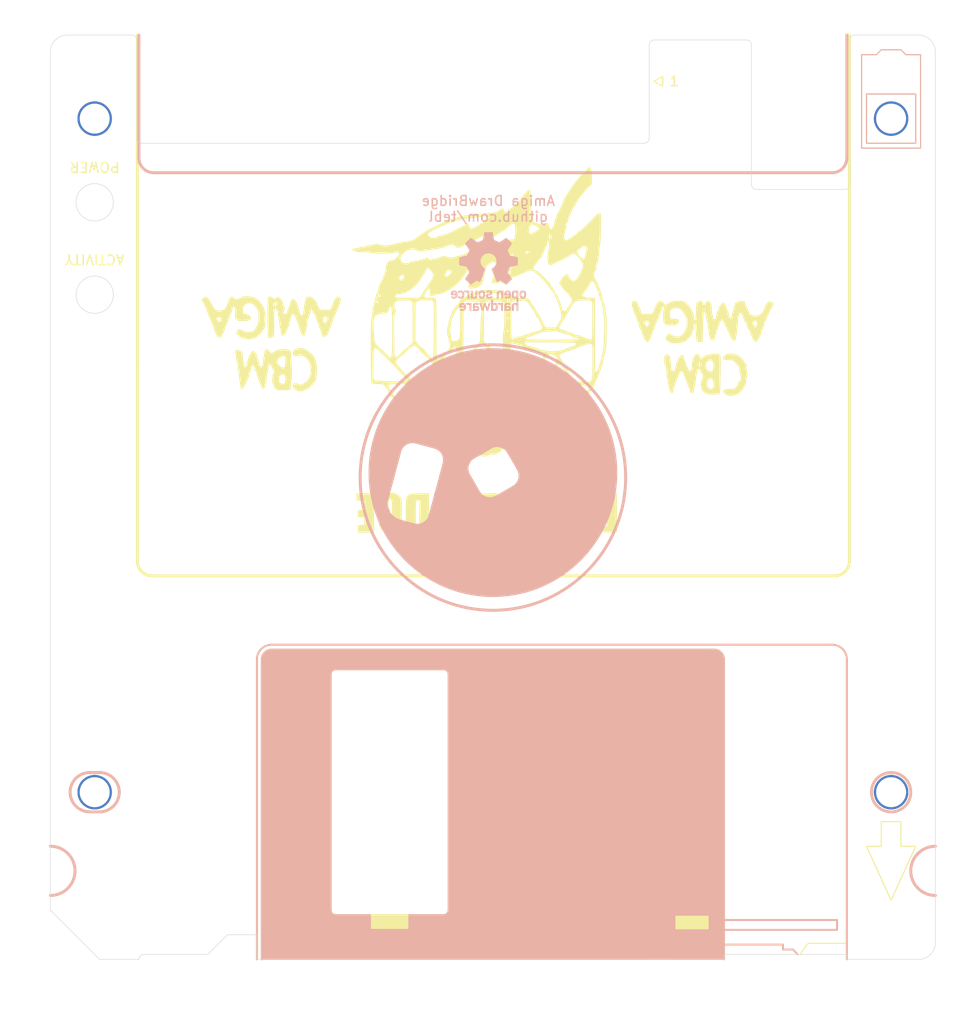
<source format=kicad_pcb>
(kicad_pcb (version 20171130) (host pcbnew "(5.1.8)-1")
  (layers (0 F.Cu signal) (31 B.Cu signal) (34 B.Paste user) (35 F.Paste user) (36 B.SilkS user) (37 F.SilkS user) (38 B.Mask user) (39 F.Mask user) (44 Edge.Cuts user))
  (net 0 "")
  (net 1 GND)
  (module artwork:hitsquad_cropped (layer F.Cu) (at 153.035 82.55)
    (fp_text reference G*** hide)
    (fp_text value LOGO hide)
  )
  (module Symbol:OSHW-Logo_7.5x8mm_SilkScreen (layer B.Cu) (at 152.562 79.048 180)
    (fp_text reference REF** hide)
    (fp_text value OSHW-Logo_7.5x8mm_SilkScreen hide)
  )
  (module mounting:M3_pin (layer F.Cu) (at 112.5 132)
    (fp_text reference M1 hide)
    (fp_text value Mounting hide)
    (pad 1 thru_hole circle (at 0 0) (size 3.5 3.5) (drill 3.048) (layers *.Cu *.Mask))
  )
  (module mounting:M3_pin (layer F.Cu) (at 193.5 132)
    (fp_text reference M2 hide)
    (fp_text value Mounting hide)
    (pad 1 thru_hole circle (at 0 0) (size 3.5 3.5) (drill 3.048) (layers *.Cu *.Mask))
  )
  (module mounting:M3_pin (layer F.Cu) (at 193.5 63.5)
    (fp_text reference M3 hide)
    (fp_text value Mounting hide)
    (pad 1 thru_hole circle (at 0 0) (size 3.5 3.5) (drill 3.048) (layers *.Cu *.Mask))
  )
  (module mounting:M3_pin (layer F.Cu) (at 112.5 63.5)
    (fp_text reference M4 hide)
    (fp_text value Mounting hide)
    (pad 1 thru_hole circle (at 0 0) (size 3.5 3.5) (drill 3.048) (layers *.Cu *.Mask))
  )
  (gr_text 1 (at 171.45 59.69) (layer F.SilkS) (effects (font (size 1 1))))
  (gr_line (start 170.265 60.2) (end 170.265 59.2) (layer F.SilkS) (width 0.12))
  (gr_line (start 169.365 59.7) (end 170.265 60.2) (layer F.SilkS) (width 0.12))
  (gr_line (start 169.365 59.7) (end 170.265 59.2) (layer F.SilkS) (width 0.12))
  (gr_line (start 188.8 70.7) (end 179.8 70.7) (layer Edge.Cuts) (width 0.05))
  (gr_line (start 189.3 55.5) (end 189.3 70.2) (layer Edge.Cuts) (width 0.05))
  (gr_arc (start 188.8 70.2) (end 188.8 70.7) (angle -90) (layer Edge.Cuts) (width 0.05))
  (gr_line (start 179.3 70.2) (end 179.3 56) (layer Edge.Cuts) (width 0.05))
  (gr_arc (start 179.8 70.2) (end 179.3 70.2) (angle -90) (layer Edge.Cuts) (width 0.05))
  (gr_arc (start 178.8 56) (end 179.3 56) (angle -90) (layer Edge.Cuts) (width 0.05))
  (gr_arc (start 169.4 56) (end 169.4 55.5) (angle -90) (layer Edge.Cuts) (width 0.05))
  (gr_line (start 168.9 56) (end 168.9 65.5) (layer Edge.Cuts) (width 0.05))
  (gr_line (start 178.8 55.5) (end 169.4 55.5) (layer Edge.Cuts) (width 0.05))
  (gr_arc (start 168.4 65.5) (end 168.4 66) (angle -90) (layer Edge.Cuts) (width 0.05))
  (gr_arc (start 117.3 65.5) (end 116.8 65.5) (angle -90) (layer Edge.Cuts) (width 0.05))
  (gr_line (start 117.3 66) (end 168.4 66) (layer Edge.Cuts) (width 0.05))
  (gr_circle (center 112.5 81.407) (end 114.4 81.407) (layer Edge.Cuts) (width 0.05))
  (gr_circle (center 112.5 72.009) (end 114.4 72.009) (layer Edge.Cuts) (width 0.05))
  (gr_arc (start 196.3 147.3) (end 196.3 149) (angle -90) (layer Edge.Cuts) (width 0.05))
  (gr_arc (start 196.3 56.7) (end 198 56.7) (angle -90) (layer Edge.Cuts) (width 0.05))
  (gr_text ACTIVITY (at 112.5 77.807 180) (layer F.SilkS) (effects (font (size 1 1))))
  (gr_text POWER (at 112.5 68.409 180) (layer F.SilkS) (effects (font (size 1 1))))
  (gr_text "Amiga DrawBridge\ngithub.com/tebl" (at 152.527 72.668) (layer B.SilkS) (effects (font (size 1 1)) (justify mirror)))
  (gr_line (start 116.84 88.265) (end 116.84 108.5) (layer F.SilkS) (width 0.3))
  (gr_line (start 196 61) (end 191 61) (layer F.SilkS) (width 0.12))
  (gr_line (start 191 61) (end 191 66) (layer B.SilkS) (width 0.12))
  (gr_line (start 196 61) (end 191 61) (layer B.SilkS) (width 0.12))
  (gr_line (start 196 66) (end 196 61) (layer B.SilkS) (width 0.12))
  (gr_line (start 191 66) (end 191 61) (layer F.SilkS) (width 0.12))
  (gr_line (start 191 66) (end 196 66) (layer B.SilkS) (width 0.12))
  (gr_line (start 196 61) (end 196 66) (layer F.SilkS) (width 0.12))
  (gr_line (start 196 66) (end 191 66) (layer F.SilkS) (width 0.12))
  (gr_poly (pts (xy 155.7 87.3) (xy 157.8 87.9) (xy 159.5 88.8) (xy 161.3 90.1) (xy 162.4 91.3) (xy 163.1 92.1) (xy 163.8 93.2) (xy 164.2 94) (xy 147.1 88.5) (xy 148.4 87.9) (xy 150.3 87.3) (xy 152 87) (xy 153.6 87)) (layer B.SilkS) (width 0.1))
  (gr_poly (pts (xy 150.5 98.7) (xy 150.4 99.1) (xy 150.5 99.4) (xy 150.615185 99.711237) (xy 150.8 100) (xy 147.6 100) (xy 147.953637 98.530233) (xy 148 98.2) (xy 150.8 98.2)) (layer B.SilkS) (width 0.1))
  (gr_poly (pts (xy 164.2 94) (xy 165.1 96.3) (xy 165.5 98.9) (xy 165.3 101.7) (xy 164.8 103.7) (xy 146.530132 103.842824) (xy 146.7 103.2) (xy 147.2 101.4) (xy 147.6 100) (xy 150.8 100) (xy 151.615185 101.443288) (xy 151.9 101.8) (xy 152.3 102) (xy 152.8 102.1) (xy 153.1 102) (xy 153.5 101.8) (xy 155.2 100.8) (xy 155.4 100.6) (xy 155.6 100.3) (xy 155.7 99.8) (xy 155.6 99.4) (xy 155.3 98.8) (xy 154.4 97.3) (xy 154.1 97) (xy 153.5 96.8) (xy 153 96.9) (xy 150.8 98.2) (xy 148 98.2) (xy 147.9 97.7) (xy 147.8 97.5) (xy 147.5 97.2) (xy 147.069753 96.999301) (xy 147.1 88.5)) (layer B.SilkS) (width 0.1))
  (gr_poly (pts (xy 143.2 98.9) (xy 142.312875 102.195177) (xy 142.2 102.7) (xy 142.5 103.6) (xy 142.8 103.9) (xy 143.2 104.2) (xy 143.8 104.4) (xy 144.9 104.7) (xy 145.3 104.8) (xy 145.8 104.7) (xy 146.1 104.5) (xy 146.4 104.2) (xy 146.530132 103.842824) (xy 164.8 103.7) (xy 163.8 105.7) (xy 162.6 107.5) (xy 161.4 108.7) (xy 160 109.9) (xy 158.5 110.7) (xy 157.4 111.2) (xy 155.7 111.7) (xy 154.4 111.9) (xy 152.8 112) (xy 151.2 111.9) (xy 149.7 111.6) (xy 148.1 111) (xy 146.7 110.3) (xy 145.1 109.2) (xy 143.7 107.9) (xy 142.7 106.6) (xy 141.8 105.1) (xy 141.2 103.6) (xy 140.7 102) (xy 140.5 100.6) (xy 140.5 98.9) (xy 140.7 97.4) (xy 143.6 97.4)) (layer B.SilkS) (width 0.1))
  (gr_poly (pts (xy 147.069753 96.999301) (xy 145.3 96.5) (xy 144.8 96.4) (xy 144.2 96.6) (xy 143.8 96.9) (xy 143.60697 97.365549) (xy 143.6 97.4) (xy 140.7 97.4) (xy 141.2 95.4) (xy 141.9 93.8) (xy 142.9 92.2) (xy 143.6 91.3) (xy 145.8 89.3) (xy 147.1 88.5)) (layer B.SilkS) (width 0.1))
  (gr_poly (pts (xy 176 117.6) (xy 176.4 118) (xy 176.5 118.5) (xy 176.5 144.5) (xy 171.5 144.5) (xy 171.5 146) (xy 148.5 146) (xy 148.5 120) (xy 148.7 117.5) (xy 175.5 117.5)) (layer B.SilkS) (width 0.1))
  (gr_poly (pts (xy 148.7 120) (xy 148.5 120) (xy 148.5 119.8) (xy 148.3 119.6) (xy 148 119.5) (xy 136.8 119.5) (xy 136.6 119.7) (xy 136.5 120) (xy 136.5 144.1) (xy 136.7 144.4) (xy 137 144.5) (xy 140.5 144.5) (xy 140.5 146) (xy 144.5 146) (xy 144.5 144.5) (xy 148.2 144.5) (xy 148.4 144.3) (xy 148.5 144) (xy 148.5 146) (xy 175 146) (xy 175 144.5) (xy 176.5 144.5) (xy 176.5 149) (xy 129.5 149) (xy 129.5 118.3) (xy 129.6 118.1) (xy 129.8 117.8) (xy 130.1 117.6) (xy 130.5 117.5) (xy 148.7 117.5)) (layer B.SilkS) (width 0.1))
  (gr_poly (pts (xy 175.9 117.6) (xy 176.2 117.8) (xy 176.4 118.1) (xy 176.5 118.5) (xy 176.5 149) (xy 171.5 149) (xy 171.5 148.5) (xy 168.5 148.5) (xy 168.5 149) (xy 149.5 149) (xy 149.5 117.5) (xy 175.5 117.5)) (layer F.SilkS) (width 0.1))
  (gr_poly (pts (xy 149.5 149) (xy 137 149) (xy 137 144.5) (xy 148 144.5) (xy 148.3 144.4) (xy 148.5 144.2) (xy 148.5 120) (xy 148.4 119.7) (xy 148.2 119.5) (xy 137 119.5) (xy 137 117.5) (xy 149.5 117.5)) (layer F.SilkS) (width 0.1))
  (gr_poly (pts (xy 136.6 144.3) (xy 136.8 144.5) (xy 137 144.5) (xy 137 149) (xy 136.5 149) (xy 136.5 144)) (layer F.SilkS) (width 0.1))
  (gr_poly (pts (xy 137 119.5) (xy 136.8 119.5) (xy 136.6 119.7) (xy 136.5 120) (xy 136.5 117.5) (xy 137 117.5)) (layer F.SilkS) (width 0.1))
  (gr_poly (pts (xy 136.5 119.4) (xy 136.5 120) (xy 136.5 149) (xy 129.5 149) (xy 129.5 118.5) (xy 129.6 118) (xy 130 117.6) (xy 130.5 117.5) (xy 136.5 117.5)) (layer F.SilkS) (width 0.1))
  (gr_line (start 194.5 135) (end 194.5 137.5) (layer F.SilkS) (width 0.12))
  (gr_line (start 192.5 135) (end 194.5 135) (layer F.SilkS) (width 0.12))
  (gr_line (start 192.5 137.5) (end 192.5 135) (layer F.SilkS) (width 0.12))
  (gr_line (start 191 137.5) (end 192.5 137.5) (layer F.SilkS) (width 0.12))
  (gr_line (start 193.5 143) (end 191 137.5) (layer F.SilkS) (width 0.12))
  (gr_line (start 196 137.5) (end 194.5 137.5) (layer F.SilkS) (width 0.12))
  (gr_line (start 193.5 143) (end 196 137.5) (layer F.SilkS) (width 0.12))
  (gr_line (start 143.60697 97.365548) (end 142.312875 102.195177) (layer B.SilkS) (width 0.12))
  (gr_line (start 143.550312 104.338481) (end 144.999201 104.726709) (layer B.SilkS) (width 0.12))
  (gr_arc (start 144.003245 102.64811) (end 142.312875 102.195177) (angle -90) (layer B.SilkS) (width 0.12))
  (gr_arc (start 145.322724 103.519301) (end 144.999201 104.726709) (angle -90) (layer B.SilkS) (width 0.12))
  (gr_line (start 147.069753 96.999302) (end 145.137901 96.481664) (layer B.SilkS) (width 0.12))
  (gr_line (start 146.530132 103.842825) (end 147.953637 98.530233) (layer B.SilkS) (width 0.12))
  (gr_arc (start 146.746229 98.206709) (end 147.953637 98.530233) (angle -90) (layer B.SilkS) (width 0.12))
  (gr_arc (start 144.814378 97.689072) (end 145.137901 96.481664) (angle -90) (layer B.SilkS) (width 0.12))
  (gr_arc (start 154.429767 99.818288) (end 155.054767 100.90082) (angle -90) (layer B.SilkS) (width 0.12))
  (gr_arc (start 152.697716 100.818288) (end 151.615185 101.443288) (angle -90) (layer B.SilkS) (width 0.12))
  (gr_arc (start 151.697716 99.086237) (end 151.072716 98.003705) (angle -90) (layer B.SilkS) (width 0.12))
  (gr_arc (start 153.429767 98.086237) (end 154.512299 97.461237) (angle -90) (layer B.SilkS) (width 0.12))
  (gr_line (start 152.804767 97.003705) (end 151.072716 98.003705) (layer B.SilkS) (width 0.12))
  (gr_line (start 155.512299 99.193288) (end 154.512299 97.461237) (layer B.SilkS) (width 0.12))
  (gr_line (start 153.322716 101.90082) (end 155.054767 100.90082) (layer B.SilkS) (width 0.12))
  (gr_line (start 150.615185 99.711237) (end 151.615185 101.443288) (layer B.SilkS) (width 0.12))
  (gr_circle (center 153 99.5) (end 165.5 99.5) (layer B.SilkS) (width 0.3))
  (gr_circle (center 153 100) (end 166.5 100) (layer B.SilkS) (width 0.3))
  (gr_line (start 194.5 56.5) (end 192.5 56.5) (layer B.SilkS) (width 0.12))
  (gr_line (start 192 57) (end 190.5 57) (layer B.SilkS) (width 0.12))
  (gr_line (start 192.5 56.5) (end 192 57) (layer B.SilkS) (width 0.12))
  (gr_line (start 195 57) (end 196.5 57) (layer B.SilkS) (width 0.12))
  (gr_line (start 194.5 56.5) (end 195 57) (layer B.SilkS) (width 0.12))
  (gr_line (start 196.5 66.5) (end 190.5 66.5) (layer B.SilkS) (width 0.12))
  (gr_line (start 196.5 57) (end 196.5 66.5) (layer B.SilkS) (width 0.12))
  (gr_line (start 190.5 66.5) (end 190.5 57) (layer B.SilkS) (width 0.12))
  (gr_line (start 183.5 148) (end 184 148.5) (layer B.SilkS) (width 0.2))
  (gr_line (start 182.5 148) (end 183.5 148) (layer B.SilkS) (width 0.2))
  (gr_line (start 182.5 147.5) (end 182.5 148) (layer B.SilkS) (width 0.2))
  (gr_line (start 176.5 147.5) (end 182.5 147.5) (layer B.SilkS) (width 0.2))
  (gr_line (start 113 134) (end 112 134) (layer B.SilkS) (width 0.3))
  (gr_line (start 113 130) (end 112 130) (layer B.SilkS) (width 0.3))
  (gr_arc (start 113 132) (end 113 134) (angle -180) (layer B.SilkS) (width 0.3))
  (gr_arc (start 112 132) (end 112 130) (angle -180) (layer B.SilkS) (width 0.3))
  (gr_circle (center 193.5 132) (end 195.5 132) (layer B.SilkS) (width 0.3))
  (gr_arc (start 108 140) (end 108 142.5) (angle -90) (layer B.SilkS) (width 0.3))
  (gr_arc (start 108 140) (end 110.5 140) (angle -90) (layer B.SilkS) (width 0.3))
  (gr_arc (start 198 140) (end 195.5 140) (angle -90) (layer B.SilkS) (width 0.3))
  (gr_arc (start 198 140) (end 198 137.5) (angle -90) (layer B.SilkS) (width 0.3))
  (gr_line (start 188 145) (end 176.5 145) (layer B.SilkS) (width 0.2))
  (gr_line (start 188 146) (end 188 145) (layer B.SilkS) (width 0.2))
  (gr_line (start 176.5 146) (end 188 146) (layer B.SilkS) (width 0.2))
  (gr_line (start 171.5 144.5) (end 175 144.5) (layer B.SilkS) (width 0.12))
  (gr_line (start 171.5 146) (end 171.5 144.5) (layer B.SilkS) (width 0.12))
  (gr_line (start 175 146) (end 171.5 146) (layer B.SilkS) (width 0.12))
  (gr_line (start 175 144.5) (end 175 146) (layer B.SilkS) (width 0.12))
  (gr_line (start 185 147.365) (end 184.2643 148.5011) (layer F.SilkS) (width 0.12))
  (gr_line (start 189 147.365) (end 185 147.365) (layer F.SilkS) (width 0.12))
  (gr_line (start 176.5 148.5) (end 185 148.5) (layer Edge.Cuts) (width 0.05))
  (gr_line (start 176.5 149) (end 176.5 148.5) (layer Edge.Cuts) (width 0.05))
  (gr_line (start 189 149) (end 196.3 149) (layer Edge.Cuts) (width 0.05))
  (gr_line (start 189 148.5) (end 185 148.5) (layer Edge.Cuts) (width 0.05))
  (gr_line (start 189 149) (end 189 148.5) (layer Edge.Cuts) (width 0.05))
  (gr_line (start 148 144.5) (end 144.5 144.5) (layer B.SilkS) (width 0.2))
  (gr_line (start 137 119.5) (end 148 119.5) (layer B.SilkS) (width 0.2))
  (gr_line (start 148.5 120) (end 148.5 144) (layer B.SilkS) (width 0.2))
  (gr_arc (start 148 120) (end 148.5 120) (angle -90) (layer B.SilkS) (width 0.2))
  (gr_line (start 136.5 120) (end 136.5 144) (layer B.SilkS) (width 0.2))
  (gr_arc (start 137 144) (end 136.5 144) (angle -90) (layer B.SilkS) (width 0.2))
  (gr_line (start 137 144.5) (end 140.5 144.5) (layer B.SilkS) (width 0.2))
  (gr_arc (start 137 120) (end 137 119.5) (angle -90) (layer B.SilkS) (width 0.2))
  (gr_arc (start 148 144) (end 148 144.5) (angle -90) (layer B.SilkS) (width 0.2))
  (gr_line (start 140.5 144.5) (end 144.5 144.5) (layer F.SilkS) (width 0.2))
  (gr_line (start 148 144.5) (end 144.5 144.5) (layer F.SilkS) (width 0.2))
  (gr_line (start 140.5 144.5) (end 140.5 146) (layer B.SilkS) (width 0.2))
  (gr_line (start 144.5 144.5) (end 144.5 146) (layer B.SilkS) (width 0.2))
  (gr_line (start 140.5 146) (end 144.5 146) (layer B.SilkS) (width 0.2))
  (gr_arc (start 137 144) (end 136.5 144) (angle -90) (layer F.SilkS) (width 0.2))
  (gr_arc (start 148 144) (end 148 144.5) (angle -90) (layer F.SilkS) (width 0.2))
  (gr_arc (start 148 120) (end 148.5 120) (angle -90) (layer F.SilkS) (width 0.2))
  (gr_arc (start 137 120) (end 137 119.5) (angle -90) (layer F.SilkS) (width 0.2))
  (gr_line (start 137 119.5) (end 148 119.5) (layer F.SilkS) (width 0.2))
  (gr_line (start 137 144.5) (end 140.5 144.5) (layer F.SilkS) (width 0.2))
  (gr_line (start 148.5 120) (end 148.5 144) (layer F.SilkS) (width 0.2))
  (gr_line (start 136.5 120) (end 136.5 144) (layer F.SilkS) (width 0.2))
  (gr_arc (start 130.5 118.5) (end 130.5 117.5) (angle -90) (layer B.SilkS) (width 0.2))
  (gr_arc (start 175.5 118.5) (end 176.5 118.5) (angle -90) (layer B.SilkS) (width 0.2))
  (gr_line (start 129.5 118.5) (end 129.5 149) (layer B.SilkS) (width 0.2))
  (gr_line (start 176.5 118.5) (end 176.5 149) (layer B.SilkS) (width 0.2))
  (gr_line (start 130.5 117.5) (end 175.5 117.5) (layer B.SilkS) (width 0.2))
  (gr_line (start 130.5 117) (end 187.5 117) (layer B.SilkS) (width 0.2))
  (gr_line (start 129 118.5) (end 129 149) (layer B.SilkS) (width 0.2))
  (gr_arc (start 187.5 118.5) (end 189 118.5) (angle -90) (layer B.SilkS) (width 0.2))
  (gr_line (start 189 118.5) (end 189 149) (layer B.SilkS) (width 0.2))
  (gr_arc (start 130.5 118.5) (end 130.5 117) (angle -90) (layer B.SilkS) (width 0.2))
  (gr_line (start 171.5 148.5) (end 168.5 148.5) (layer F.SilkS) (width 0.1))
  (gr_line (start 168.5 148.5) (end 168.5 149) (layer F.SilkS) (width 0.1))
  (gr_line (start 171.5 148.5) (end 171.5 149) (layer F.SilkS) (width 0.1))
  (gr_line (start 176.5 118.5) (end 176.5 149) (layer F.SilkS) (width 0.2))
  (gr_line (start 130.5 117.5) (end 175.5 117.5) (layer F.SilkS) (width 0.2))
  (gr_arc (start 175.5 118.5) (end 176.5 118.5) (angle -90) (layer F.SilkS) (width 0.2))
  (gr_line (start 129.5 118.5) (end 129.5 149) (layer F.SilkS) (width 0.2))
  (gr_arc (start 130.5 118.5) (end 130.5 117.5) (angle -90) (layer F.SilkS) (width 0.2))
  (gr_line (start 189 55) (end 189 67.5) (layer B.SilkS) (width 0.3))
  (gr_line (start 117 55) (end 117 67.5) (layer B.SilkS) (width 0.3))
  (gr_arc (start 118.5 67.5) (end 117 67.5) (angle -90) (layer B.SilkS) (width 0.3))
  (gr_arc (start 187.5 67.5) (end 187.5 69) (angle -90) (layer B.SilkS) (width 0.3))
  (gr_line (start 187.5 69) (end 118.5 69) (layer B.SilkS) (width 0.3))
  (gr_line (start 130.5 117) (end 187.5 117) (layer F.SilkS) (width 0.2))
  (gr_arc (start 130.5 118.5) (end 130.5 117) (angle -90) (layer F.SilkS) (width 0.2))
  (gr_line (start 129 118.5) (end 129 149) (layer F.SilkS) (width 0.2))
  (gr_arc (start 187.5 118.5) (end 189 118.5) (angle -90) (layer F.SilkS) (width 0.2))
  (gr_line (start 189 118.5) (end 189 149) (layer F.SilkS) (width 0.2))
  (gr_arc (start 187.754 108.5) (end 187.754 110) (angle -90) (layer F.SilkS) (width 0.3))
  (gr_arc (start 118.34 108.5) (end 116.84 108.5) (angle -90) (layer F.SilkS) (width 0.3))
  (gr_line (start 187.754 110) (end 118.364 110) (layer F.SilkS) (width 0.3))
  (gr_line (start 189.254 55) (end 189.254 108.5) (layer F.SilkS) (width 0.3))
  (gr_line (start 116.84 55) (end 116.84 88.265) (layer F.SilkS) (width 0.3))
  (gr_line (start 117 149) (end 113 149) (layer Edge.Cuts) (width 0.05))
  (gr_line (start 129 146.5) (end 129 149) (layer Edge.Cuts) (width 0.05))
  (gr_arc (start 117.5 149) (end 117.5 148.5) (angle -90) (layer Edge.Cuts) (width 0.05))
  (gr_line (start 126 146.5) (end 129 146.5) (layer Edge.Cuts) (width 0.05))
  (gr_line (start 124 148.5) (end 126 146.5) (layer Edge.Cuts) (width 0.05))
  (gr_line (start 117.5 148.5) (end 124 148.5) (layer Edge.Cuts) (width 0.05))
  (gr_line (start 113 149) (end 108 144) (layer Edge.Cuts) (width 0.05))
  (gr_arc (start 189.8 55.5) (end 189.8 55) (angle -90) (layer Edge.Cuts) (width 0.05))
  (gr_arc (start 116.3 55.5) (end 116.8 55.5) (angle -90) (layer Edge.Cuts) (width 0.05))
  (gr_line (start 109.7 55) (end 116.3 55) (layer Edge.Cuts) (width 0.05))
  (gr_line (start 116.8 55.5) (end 116.8 65.5) (layer Edge.Cuts) (width 0.05))
  (gr_arc (start 109.7 56.7) (end 109.7 55) (angle -90) (layer Edge.Cuts) (width 0.05))
  (gr_line (start 108 144) (end 108 56.7) (layer Edge.Cuts) (width 0.05))
  (gr_line (start 176.5 149) (end 129 149) (layer Edge.Cuts) (width 0.05))
  (gr_line (start 198 56.7) (end 198 147.3) (layer Edge.Cuts) (width 0.05))
  (gr_line (start 189.8 55) (end 196.3 55) (layer Edge.Cuts) (width 0.05))
)
</source>
